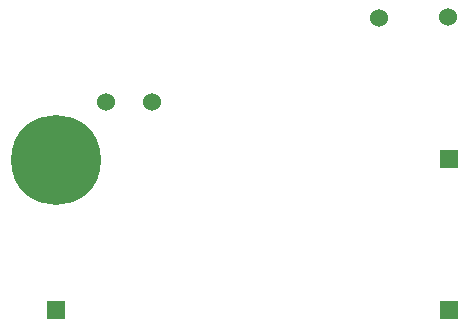
<source format=gbr>
G04 start of page 3 for group 1 idx 1
G04 Title: (unknown), solder *
G04 Creator: pcb 20080202 *
G04 CreationDate: Thu 01 Apr 2010 01:26:29 PM GMT UTC *
G04 For: ed *
G04 Format: Gerber/RS-274X *
G04 PCB-Dimensions: 162499 149999 *
G04 PCB-Coordinate-Origin: lower left *
%MOIN*%
%FSLAX24Y24*%
%LNBACK*%
%ADD11C,0.0200*%
%ADD19C,0.0600*%
%ADD20C,0.3000*%
%ADD24C,0.0300*%
%ADD25C,0.0150*%
%ADD26C,0.0199*%
G54D11*G36*
X1247Y1912D02*Y1312D01*
X1847D01*
Y1912D01*
X1247D01*
G37*
G36*
X14348Y6946D02*Y6346D01*
X14948D01*
Y6946D01*
X14348D01*
G37*
G36*
X1246Y6957D02*Y6357D01*
X1846D01*
Y6957D01*
X1246D01*
G37*
G36*
X14362Y1908D02*Y1308D01*
X14962D01*
Y1908D01*
X14362D01*
G37*
G54D19*X12318Y11362D03*
G54D20*X1561Y6619D03*
G54D19*X14609Y11376D03*
X4761Y8555D03*
X3229Y8554D03*
G54D24*G54D25*G54D26*G54D25*M02*

</source>
